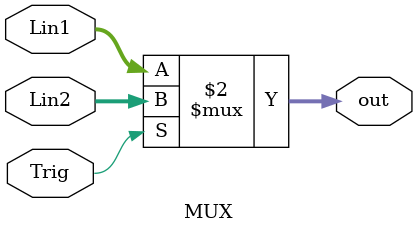
<source format=v>
module MUX #(parameter Width = 32)(input [Width-1 : 0] Lin1,Lin2,
 input  Trig,
 output [Width-1 : 0] out);

assign out = (Trig == 1'b0) ? Lin1 : Lin2;


endmodule


</source>
